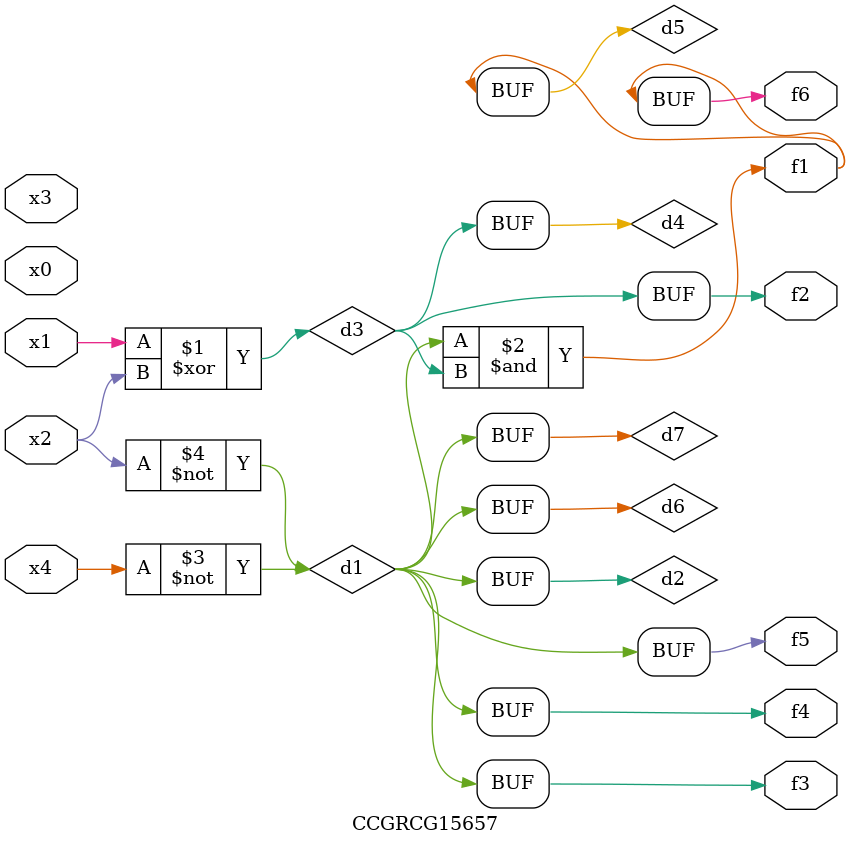
<source format=v>
module CCGRCG15657(
	input x0, x1, x2, x3, x4,
	output f1, f2, f3, f4, f5, f6
);

	wire d1, d2, d3, d4, d5, d6, d7;

	not (d1, x4);
	not (d2, x2);
	xor (d3, x1, x2);
	buf (d4, d3);
	and (d5, d1, d3);
	buf (d6, d1, d2);
	buf (d7, d2);
	assign f1 = d5;
	assign f2 = d4;
	assign f3 = d7;
	assign f4 = d7;
	assign f5 = d7;
	assign f6 = d5;
endmodule

</source>
